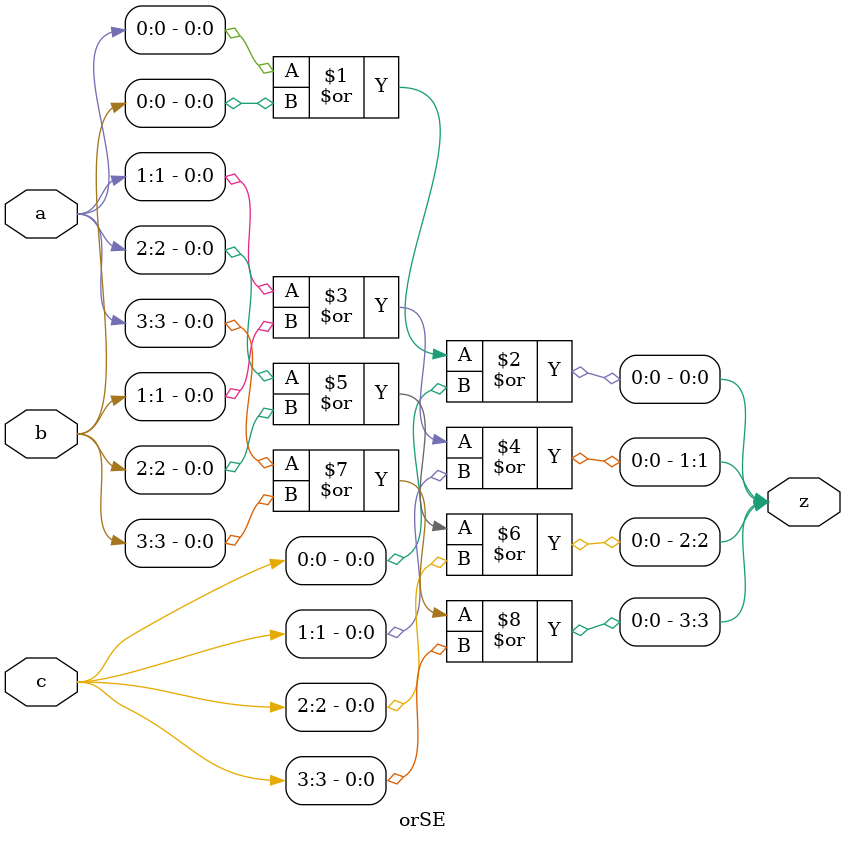
<source format=v>
module orSE(a, b, c, z); // not sure if modul has to be adjusted based on the fact that 3
	input [3:0] a, b, c;
	output [3:0] z;
	assign z[0] = (a[0]|b[0]|c[0]);  // selecting the appropriate 4-bit fields for Ra, Rb, and Rc in the IR register
	assign z[1] = (a[1]|b[1]|c[1]); 
	assign z[2] = (a[2]|b[2]|c[2]); 
	assign z[3] = (a[3]|b[3]|c[3]); 
endmodule 

</source>
